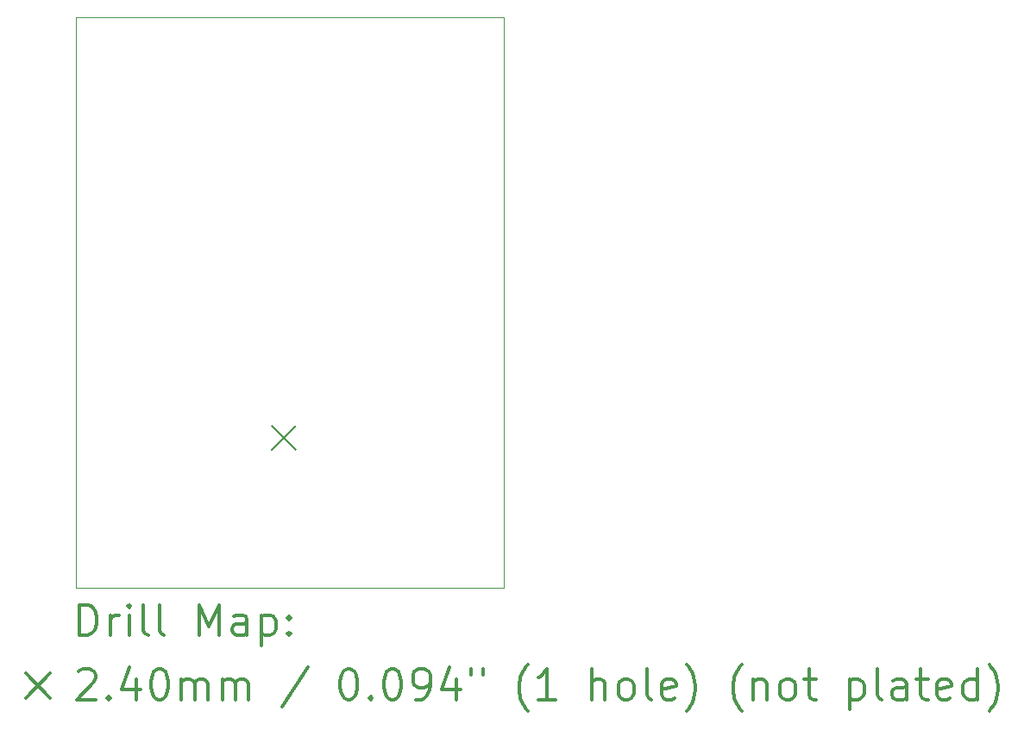
<source format=gbr>
%FSLAX45Y45*%
G04 Gerber Fmt 4.5, Leading zero omitted, Abs format (unit mm)*
G04 Created by KiCad (PCBNEW 5.1.6-c6e7f7d~87~ubuntu20.04.1) date 2020-09-01 11:45:34*
%MOMM*%
%LPD*%
G01*
G04 APERTURE LIST*
%TA.AperFunction,Profile*%
%ADD10C,0.050000*%
%TD*%
%ADD11C,0.200000*%
%ADD12C,0.300000*%
G04 APERTURE END LIST*
D10*
X3700000Y-1900000D02*
X7900000Y-1900000D01*
X3700000Y-1900000D02*
X3700000Y-7500000D01*
X7900000Y-7500000D02*
X3700000Y-7500000D01*
X7900000Y-1900000D02*
X7900000Y-7500000D01*
D11*
X5620000Y-5910000D02*
X5860000Y-6150000D01*
X5860000Y-5910000D02*
X5620000Y-6150000D01*
D12*
X3736428Y-7968214D02*
X3736428Y-7668214D01*
X3807857Y-7668214D01*
X3850714Y-7682500D01*
X3879286Y-7711071D01*
X3893571Y-7739643D01*
X3907857Y-7796786D01*
X3907857Y-7839643D01*
X3893571Y-7896786D01*
X3879286Y-7925357D01*
X3850714Y-7953929D01*
X3807857Y-7968214D01*
X3736428Y-7968214D01*
X4036428Y-7968214D02*
X4036428Y-7768214D01*
X4036428Y-7825357D02*
X4050714Y-7796786D01*
X4065000Y-7782500D01*
X4093571Y-7768214D01*
X4122143Y-7768214D01*
X4222143Y-7968214D02*
X4222143Y-7768214D01*
X4222143Y-7668214D02*
X4207857Y-7682500D01*
X4222143Y-7696786D01*
X4236429Y-7682500D01*
X4222143Y-7668214D01*
X4222143Y-7696786D01*
X4407857Y-7968214D02*
X4379286Y-7953929D01*
X4365000Y-7925357D01*
X4365000Y-7668214D01*
X4565000Y-7968214D02*
X4536429Y-7953929D01*
X4522143Y-7925357D01*
X4522143Y-7668214D01*
X4907857Y-7968214D02*
X4907857Y-7668214D01*
X5007857Y-7882500D01*
X5107857Y-7668214D01*
X5107857Y-7968214D01*
X5379286Y-7968214D02*
X5379286Y-7811071D01*
X5365000Y-7782500D01*
X5336429Y-7768214D01*
X5279286Y-7768214D01*
X5250714Y-7782500D01*
X5379286Y-7953929D02*
X5350714Y-7968214D01*
X5279286Y-7968214D01*
X5250714Y-7953929D01*
X5236429Y-7925357D01*
X5236429Y-7896786D01*
X5250714Y-7868214D01*
X5279286Y-7853929D01*
X5350714Y-7853929D01*
X5379286Y-7839643D01*
X5522143Y-7768214D02*
X5522143Y-8068214D01*
X5522143Y-7782500D02*
X5550714Y-7768214D01*
X5607857Y-7768214D01*
X5636428Y-7782500D01*
X5650714Y-7796786D01*
X5665000Y-7825357D01*
X5665000Y-7911071D01*
X5650714Y-7939643D01*
X5636428Y-7953929D01*
X5607857Y-7968214D01*
X5550714Y-7968214D01*
X5522143Y-7953929D01*
X5793571Y-7939643D02*
X5807857Y-7953929D01*
X5793571Y-7968214D01*
X5779286Y-7953929D01*
X5793571Y-7939643D01*
X5793571Y-7968214D01*
X5793571Y-7782500D02*
X5807857Y-7796786D01*
X5793571Y-7811071D01*
X5779286Y-7796786D01*
X5793571Y-7782500D01*
X5793571Y-7811071D01*
X3210000Y-8342500D02*
X3450000Y-8582500D01*
X3450000Y-8342500D02*
X3210000Y-8582500D01*
X3722143Y-8326786D02*
X3736428Y-8312500D01*
X3765000Y-8298214D01*
X3836428Y-8298214D01*
X3865000Y-8312500D01*
X3879286Y-8326786D01*
X3893571Y-8355357D01*
X3893571Y-8383929D01*
X3879286Y-8426786D01*
X3707857Y-8598214D01*
X3893571Y-8598214D01*
X4022143Y-8569643D02*
X4036428Y-8583929D01*
X4022143Y-8598214D01*
X4007857Y-8583929D01*
X4022143Y-8569643D01*
X4022143Y-8598214D01*
X4293571Y-8398214D02*
X4293571Y-8598214D01*
X4222143Y-8283929D02*
X4150714Y-8498214D01*
X4336429Y-8498214D01*
X4507857Y-8298214D02*
X4536429Y-8298214D01*
X4565000Y-8312500D01*
X4579286Y-8326786D01*
X4593571Y-8355357D01*
X4607857Y-8412500D01*
X4607857Y-8483929D01*
X4593571Y-8541072D01*
X4579286Y-8569643D01*
X4565000Y-8583929D01*
X4536429Y-8598214D01*
X4507857Y-8598214D01*
X4479286Y-8583929D01*
X4465000Y-8569643D01*
X4450714Y-8541072D01*
X4436429Y-8483929D01*
X4436429Y-8412500D01*
X4450714Y-8355357D01*
X4465000Y-8326786D01*
X4479286Y-8312500D01*
X4507857Y-8298214D01*
X4736429Y-8598214D02*
X4736429Y-8398214D01*
X4736429Y-8426786D02*
X4750714Y-8412500D01*
X4779286Y-8398214D01*
X4822143Y-8398214D01*
X4850714Y-8412500D01*
X4865000Y-8441072D01*
X4865000Y-8598214D01*
X4865000Y-8441072D02*
X4879286Y-8412500D01*
X4907857Y-8398214D01*
X4950714Y-8398214D01*
X4979286Y-8412500D01*
X4993571Y-8441072D01*
X4993571Y-8598214D01*
X5136429Y-8598214D02*
X5136429Y-8398214D01*
X5136429Y-8426786D02*
X5150714Y-8412500D01*
X5179286Y-8398214D01*
X5222143Y-8398214D01*
X5250714Y-8412500D01*
X5265000Y-8441072D01*
X5265000Y-8598214D01*
X5265000Y-8441072D02*
X5279286Y-8412500D01*
X5307857Y-8398214D01*
X5350714Y-8398214D01*
X5379286Y-8412500D01*
X5393571Y-8441072D01*
X5393571Y-8598214D01*
X5979286Y-8283929D02*
X5722143Y-8669643D01*
X6365000Y-8298214D02*
X6393571Y-8298214D01*
X6422143Y-8312500D01*
X6436428Y-8326786D01*
X6450714Y-8355357D01*
X6465000Y-8412500D01*
X6465000Y-8483929D01*
X6450714Y-8541072D01*
X6436428Y-8569643D01*
X6422143Y-8583929D01*
X6393571Y-8598214D01*
X6365000Y-8598214D01*
X6336428Y-8583929D01*
X6322143Y-8569643D01*
X6307857Y-8541072D01*
X6293571Y-8483929D01*
X6293571Y-8412500D01*
X6307857Y-8355357D01*
X6322143Y-8326786D01*
X6336428Y-8312500D01*
X6365000Y-8298214D01*
X6593571Y-8569643D02*
X6607857Y-8583929D01*
X6593571Y-8598214D01*
X6579286Y-8583929D01*
X6593571Y-8569643D01*
X6593571Y-8598214D01*
X6793571Y-8298214D02*
X6822143Y-8298214D01*
X6850714Y-8312500D01*
X6865000Y-8326786D01*
X6879286Y-8355357D01*
X6893571Y-8412500D01*
X6893571Y-8483929D01*
X6879286Y-8541072D01*
X6865000Y-8569643D01*
X6850714Y-8583929D01*
X6822143Y-8598214D01*
X6793571Y-8598214D01*
X6765000Y-8583929D01*
X6750714Y-8569643D01*
X6736428Y-8541072D01*
X6722143Y-8483929D01*
X6722143Y-8412500D01*
X6736428Y-8355357D01*
X6750714Y-8326786D01*
X6765000Y-8312500D01*
X6793571Y-8298214D01*
X7036428Y-8598214D02*
X7093571Y-8598214D01*
X7122143Y-8583929D01*
X7136428Y-8569643D01*
X7165000Y-8526786D01*
X7179286Y-8469643D01*
X7179286Y-8355357D01*
X7165000Y-8326786D01*
X7150714Y-8312500D01*
X7122143Y-8298214D01*
X7065000Y-8298214D01*
X7036428Y-8312500D01*
X7022143Y-8326786D01*
X7007857Y-8355357D01*
X7007857Y-8426786D01*
X7022143Y-8455357D01*
X7036428Y-8469643D01*
X7065000Y-8483929D01*
X7122143Y-8483929D01*
X7150714Y-8469643D01*
X7165000Y-8455357D01*
X7179286Y-8426786D01*
X7436428Y-8398214D02*
X7436428Y-8598214D01*
X7365000Y-8283929D02*
X7293571Y-8498214D01*
X7479286Y-8498214D01*
X7579286Y-8298214D02*
X7579286Y-8355357D01*
X7693571Y-8298214D02*
X7693571Y-8355357D01*
X8136428Y-8712500D02*
X8122143Y-8698214D01*
X8093571Y-8655357D01*
X8079286Y-8626786D01*
X8065000Y-8583929D01*
X8050714Y-8512500D01*
X8050714Y-8455357D01*
X8065000Y-8383929D01*
X8079286Y-8341071D01*
X8093571Y-8312500D01*
X8122143Y-8269643D01*
X8136428Y-8255357D01*
X8407857Y-8598214D02*
X8236428Y-8598214D01*
X8322143Y-8598214D02*
X8322143Y-8298214D01*
X8293571Y-8341071D01*
X8265000Y-8369643D01*
X8236428Y-8383929D01*
X8765000Y-8598214D02*
X8765000Y-8298214D01*
X8893571Y-8598214D02*
X8893571Y-8441072D01*
X8879286Y-8412500D01*
X8850714Y-8398214D01*
X8807857Y-8398214D01*
X8779286Y-8412500D01*
X8765000Y-8426786D01*
X9079286Y-8598214D02*
X9050714Y-8583929D01*
X9036429Y-8569643D01*
X9022143Y-8541072D01*
X9022143Y-8455357D01*
X9036429Y-8426786D01*
X9050714Y-8412500D01*
X9079286Y-8398214D01*
X9122143Y-8398214D01*
X9150714Y-8412500D01*
X9165000Y-8426786D01*
X9179286Y-8455357D01*
X9179286Y-8541072D01*
X9165000Y-8569643D01*
X9150714Y-8583929D01*
X9122143Y-8598214D01*
X9079286Y-8598214D01*
X9350714Y-8598214D02*
X9322143Y-8583929D01*
X9307857Y-8555357D01*
X9307857Y-8298214D01*
X9579286Y-8583929D02*
X9550714Y-8598214D01*
X9493571Y-8598214D01*
X9465000Y-8583929D01*
X9450714Y-8555357D01*
X9450714Y-8441072D01*
X9465000Y-8412500D01*
X9493571Y-8398214D01*
X9550714Y-8398214D01*
X9579286Y-8412500D01*
X9593571Y-8441072D01*
X9593571Y-8469643D01*
X9450714Y-8498214D01*
X9693571Y-8712500D02*
X9707857Y-8698214D01*
X9736429Y-8655357D01*
X9750714Y-8626786D01*
X9765000Y-8583929D01*
X9779286Y-8512500D01*
X9779286Y-8455357D01*
X9765000Y-8383929D01*
X9750714Y-8341071D01*
X9736429Y-8312500D01*
X9707857Y-8269643D01*
X9693571Y-8255357D01*
X10236429Y-8712500D02*
X10222143Y-8698214D01*
X10193571Y-8655357D01*
X10179286Y-8626786D01*
X10165000Y-8583929D01*
X10150714Y-8512500D01*
X10150714Y-8455357D01*
X10165000Y-8383929D01*
X10179286Y-8341071D01*
X10193571Y-8312500D01*
X10222143Y-8269643D01*
X10236429Y-8255357D01*
X10350714Y-8398214D02*
X10350714Y-8598214D01*
X10350714Y-8426786D02*
X10365000Y-8412500D01*
X10393571Y-8398214D01*
X10436429Y-8398214D01*
X10465000Y-8412500D01*
X10479286Y-8441072D01*
X10479286Y-8598214D01*
X10665000Y-8598214D02*
X10636429Y-8583929D01*
X10622143Y-8569643D01*
X10607857Y-8541072D01*
X10607857Y-8455357D01*
X10622143Y-8426786D01*
X10636429Y-8412500D01*
X10665000Y-8398214D01*
X10707857Y-8398214D01*
X10736429Y-8412500D01*
X10750714Y-8426786D01*
X10765000Y-8455357D01*
X10765000Y-8541072D01*
X10750714Y-8569643D01*
X10736429Y-8583929D01*
X10707857Y-8598214D01*
X10665000Y-8598214D01*
X10850714Y-8398214D02*
X10965000Y-8398214D01*
X10893571Y-8298214D02*
X10893571Y-8555357D01*
X10907857Y-8583929D01*
X10936429Y-8598214D01*
X10965000Y-8598214D01*
X11293571Y-8398214D02*
X11293571Y-8698214D01*
X11293571Y-8412500D02*
X11322143Y-8398214D01*
X11379286Y-8398214D01*
X11407857Y-8412500D01*
X11422143Y-8426786D01*
X11436428Y-8455357D01*
X11436428Y-8541072D01*
X11422143Y-8569643D01*
X11407857Y-8583929D01*
X11379286Y-8598214D01*
X11322143Y-8598214D01*
X11293571Y-8583929D01*
X11607857Y-8598214D02*
X11579286Y-8583929D01*
X11565000Y-8555357D01*
X11565000Y-8298214D01*
X11850714Y-8598214D02*
X11850714Y-8441072D01*
X11836428Y-8412500D01*
X11807857Y-8398214D01*
X11750714Y-8398214D01*
X11722143Y-8412500D01*
X11850714Y-8583929D02*
X11822143Y-8598214D01*
X11750714Y-8598214D01*
X11722143Y-8583929D01*
X11707857Y-8555357D01*
X11707857Y-8526786D01*
X11722143Y-8498214D01*
X11750714Y-8483929D01*
X11822143Y-8483929D01*
X11850714Y-8469643D01*
X11950714Y-8398214D02*
X12065000Y-8398214D01*
X11993571Y-8298214D02*
X11993571Y-8555357D01*
X12007857Y-8583929D01*
X12036428Y-8598214D01*
X12065000Y-8598214D01*
X12279286Y-8583929D02*
X12250714Y-8598214D01*
X12193571Y-8598214D01*
X12165000Y-8583929D01*
X12150714Y-8555357D01*
X12150714Y-8441072D01*
X12165000Y-8412500D01*
X12193571Y-8398214D01*
X12250714Y-8398214D01*
X12279286Y-8412500D01*
X12293571Y-8441072D01*
X12293571Y-8469643D01*
X12150714Y-8498214D01*
X12550714Y-8598214D02*
X12550714Y-8298214D01*
X12550714Y-8583929D02*
X12522143Y-8598214D01*
X12465000Y-8598214D01*
X12436428Y-8583929D01*
X12422143Y-8569643D01*
X12407857Y-8541072D01*
X12407857Y-8455357D01*
X12422143Y-8426786D01*
X12436428Y-8412500D01*
X12465000Y-8398214D01*
X12522143Y-8398214D01*
X12550714Y-8412500D01*
X12665000Y-8712500D02*
X12679286Y-8698214D01*
X12707857Y-8655357D01*
X12722143Y-8626786D01*
X12736428Y-8583929D01*
X12750714Y-8512500D01*
X12750714Y-8455357D01*
X12736428Y-8383929D01*
X12722143Y-8341071D01*
X12707857Y-8312500D01*
X12679286Y-8269643D01*
X12665000Y-8255357D01*
M02*

</source>
